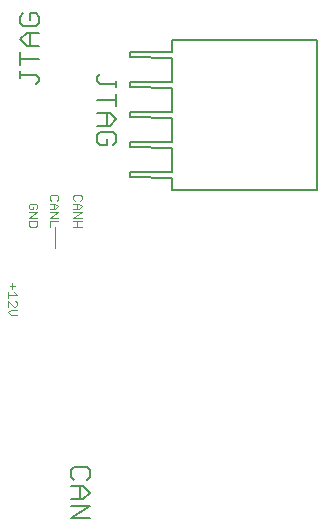
<source format=gto>
G75*
G70*
%OFA0B0*%
%FSLAX24Y24*%
%IPPOS*%
%LPD*%
%AMOC8*
5,1,8,0,0,1.08239X$1,22.5*
%
%ADD10C,0.0060*%
%ADD11C,0.0030*%
%ADD12C,0.0039*%
%ADD13C,0.0050*%
D10*
X004135Y001487D02*
X004775Y001487D01*
X004775Y001914D02*
X004135Y001487D01*
X004135Y001914D02*
X004775Y001914D01*
X004562Y002131D02*
X004775Y002345D01*
X004562Y002558D01*
X004135Y002558D01*
X004241Y002776D02*
X004135Y002882D01*
X004135Y003096D01*
X004241Y003203D01*
X004669Y003203D01*
X004775Y003096D01*
X004775Y002882D01*
X004669Y002776D01*
X004455Y002558D02*
X004455Y002131D01*
X004562Y002131D02*
X004135Y002131D01*
X005127Y013933D02*
X005021Y014039D01*
X005021Y014253D01*
X005127Y014360D01*
X005554Y014360D01*
X005661Y014253D01*
X005661Y014039D01*
X005554Y013933D01*
X005341Y013933D02*
X005341Y014146D01*
X005341Y013933D02*
X005127Y013933D01*
X005021Y014577D02*
X005448Y014577D01*
X005661Y014791D01*
X005448Y015004D01*
X005021Y015004D01*
X005341Y015004D02*
X005341Y014577D01*
X005661Y015222D02*
X005661Y015649D01*
X005661Y015435D02*
X005021Y015435D01*
X005127Y015973D02*
X005021Y016080D01*
X005021Y016186D01*
X005127Y016293D01*
X005127Y015973D02*
X005661Y015973D01*
X005661Y016080D02*
X005661Y015866D01*
X003090Y016066D02*
X003090Y016173D01*
X002984Y016280D01*
X002450Y016280D01*
X002450Y016386D02*
X002450Y016173D01*
X002450Y016604D02*
X002450Y017031D01*
X002450Y016817D02*
X003090Y016817D01*
X003090Y017249D02*
X002663Y017249D01*
X002450Y017462D01*
X002663Y017676D01*
X003090Y017676D01*
X002984Y017893D02*
X003090Y018000D01*
X003090Y018213D01*
X002984Y018320D01*
X002770Y018320D01*
X002770Y018107D01*
X002557Y017893D02*
X002984Y017893D01*
X002770Y017676D02*
X002770Y017249D01*
X002557Y017893D02*
X002450Y018000D01*
X002450Y018213D01*
X002557Y018320D01*
X003090Y016066D02*
X002984Y015959D01*
D11*
X003478Y012273D02*
X003431Y012225D01*
X003431Y012130D01*
X003478Y012083D01*
X003431Y011983D02*
X003621Y011983D01*
X003716Y011888D01*
X003621Y011793D01*
X003431Y011793D01*
X003431Y011693D02*
X003716Y011693D01*
X003431Y011503D01*
X003716Y011503D01*
X003716Y011403D02*
X003431Y011403D01*
X003431Y011213D01*
X003027Y011255D02*
X003027Y011397D01*
X002742Y011397D01*
X002742Y011255D01*
X002789Y011207D01*
X002979Y011207D01*
X003027Y011255D01*
X003027Y011497D02*
X002742Y011497D01*
X003027Y011687D01*
X002742Y011687D01*
X002789Y011787D02*
X002742Y011835D01*
X002742Y011930D01*
X002789Y011977D01*
X002979Y011977D01*
X003027Y011930D01*
X003027Y011835D01*
X002979Y011787D01*
X002884Y011787D02*
X002884Y011882D01*
X002884Y011787D02*
X002789Y011787D01*
X003478Y012273D02*
X003668Y012273D01*
X003716Y012225D01*
X003716Y012130D01*
X003668Y012083D01*
X003573Y011983D02*
X003573Y011793D01*
X004218Y011793D02*
X004408Y011793D01*
X004503Y011888D01*
X004408Y011983D01*
X004218Y011983D01*
X004266Y012083D02*
X004218Y012130D01*
X004218Y012225D01*
X004266Y012273D01*
X004456Y012273D01*
X004503Y012225D01*
X004503Y012130D01*
X004456Y012083D01*
X004361Y011983D02*
X004361Y011793D01*
X004503Y011693D02*
X004218Y011503D01*
X004503Y011503D01*
X004503Y011403D02*
X004218Y011403D01*
X004361Y011403D02*
X004361Y011213D01*
X004503Y011213D02*
X004218Y011213D01*
X004218Y011693D02*
X004503Y011693D01*
X002290Y009225D02*
X002100Y009225D01*
X002195Y009320D02*
X002195Y009130D01*
X002243Y009030D02*
X002338Y008935D01*
X002053Y008935D01*
X002053Y009030D02*
X002053Y008840D01*
X002053Y008740D02*
X002243Y008550D01*
X002290Y008550D01*
X002338Y008597D01*
X002338Y008692D01*
X002290Y008740D01*
X002053Y008740D02*
X002053Y008550D01*
X002148Y008450D02*
X002053Y008355D01*
X002148Y008260D01*
X002338Y008260D01*
X002338Y008450D02*
X002148Y008450D01*
D12*
X003613Y010516D02*
X003613Y011205D01*
D13*
X006102Y012870D02*
X007502Y012845D01*
X007502Y012445D01*
X012352Y012445D01*
X012352Y017445D01*
X007502Y017445D01*
X007502Y017045D01*
X006102Y017020D01*
X006102Y016870D01*
X007502Y016845D01*
X007502Y016045D01*
X006102Y016020D01*
X006102Y015870D01*
X007502Y015845D01*
X007502Y015045D01*
X006102Y015020D01*
X006102Y014870D01*
X007502Y014845D01*
X007502Y014045D01*
X006102Y014020D01*
X006102Y013870D01*
X007502Y013845D01*
X007502Y013045D01*
X006102Y013020D01*
X006102Y012870D01*
M02*

</source>
